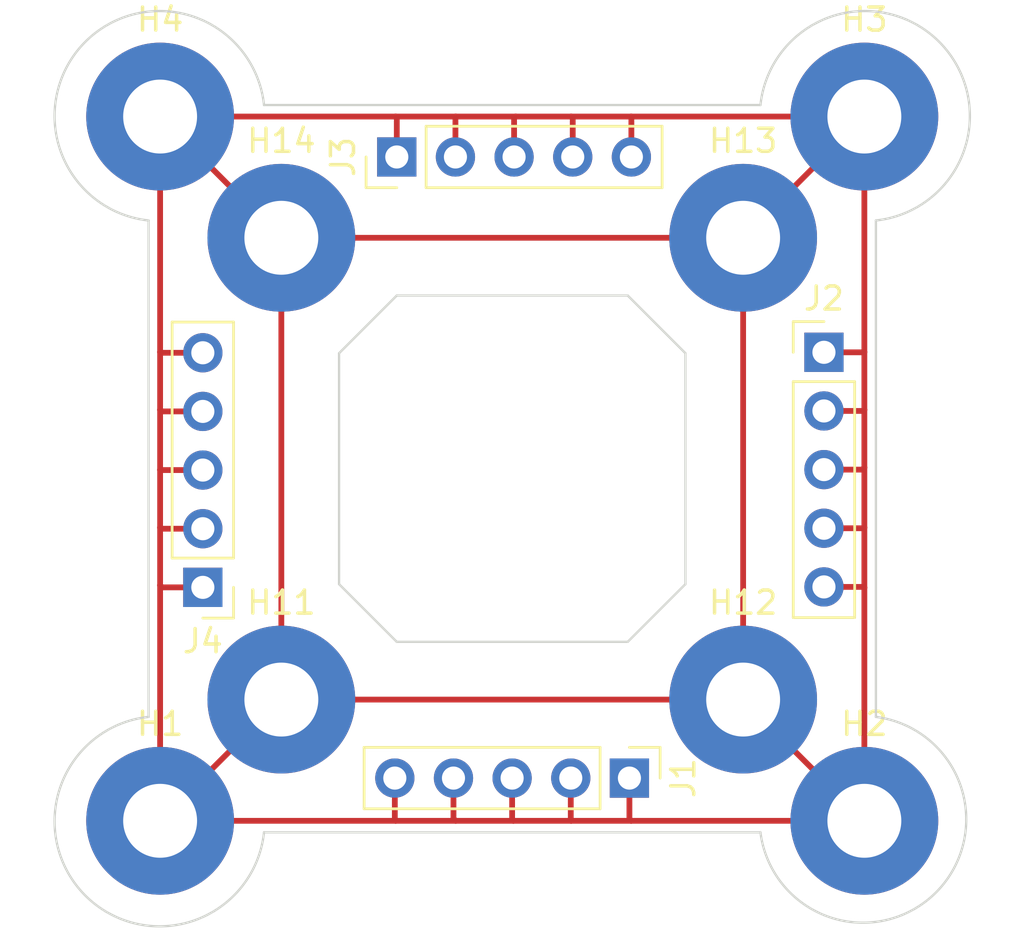
<source format=kicad_pcb>
(kicad_pcb (version 20211014) (generator pcbnew)
  (layers (0 "F.Cu" signal) (31 "B.Cu" signal) (34 "B.Paste" user) (35 "F.Paste" user) (36 "B.SilkS" user "B.Silkscreen") (37 "F.SilkS" user "F.Silkscreen") (38 "B.Mask" user) (39 "F.Mask" user) (44 "Edge.Cuts" user))
  (net 0 "")
  (net 1 "Net-(H1-Pad1)")
  (footprint "MountingHole:MountingHole_3.2mm_M3_Pad_TopBottom" (layer "F.Cu") (at 120 50)
    (fp_text reference "H13" (at 0 -4.2) (layer "F.SilkS"))
    (fp_text value "MountingHole_Pad")
    (pad "1" connect circle (at 0 0) (size 6.4 6.4) (layers "B.Cu" "B.Mask") (net 1 "Net-(H1-Pad1)"))
    (pad "1" connect circle (at 0 0) (size 6.4 6.4) (layers "F.Cu" "F.Mask") (net 1 "Net-(H1-Pad1)"))
    (pad "1" thru_hole circle (at 0 0) (size 3.6 3.6) (drill 3.2) (layers *.Cu *.Mask) (net 1 "Net-(H1-Pad1)"))
  )
  (footprint "MountingHole:MountingHole_3.2mm_M3_Pad_TopBottom" (layer "F.Cu") (at 94.75 75.25)
    (fp_text reference "H1" (at 0 -4.2) (layer "F.SilkS"))
    (fp_text value "MountingHole_Pad")
    (pad "1" thru_hole circle (at 0 0) (size 3.6 3.6) (drill 3.2) (layers *.Cu *.Mask) (net 1 "Net-(H1-Pad1)"))
    (pad "1" connect circle (at 0 0) (size 6.4 6.4) (layers "B.Cu" "B.Mask") (net 1 "Net-(H1-Pad1)"))
    (pad "1" connect circle (at 0 0) (size 6.4 6.4) (layers "F.Cu" "F.Mask") (net 1 "Net-(H1-Pad1)"))
  )
  (footprint "MountingHole:MountingHole_3.2mm_M3_Pad_TopBottom" (layer "F.Cu") (at 100 70)
    (fp_text reference "H11" (at 0 -4.2) (layer "F.SilkS"))
    (fp_text value "MountingHole_Pad")
    (pad "1" connect circle (at 0 0) (size 6.4 6.4) (layers "B.Cu" "B.Mask") (net 1 "Net-(H1-Pad1)"))
    (pad "1" thru_hole circle (at 0 0) (size 3.6 3.6) (drill 3.2) (layers *.Cu *.Mask) (net 1 "Net-(H1-Pad1)"))
    (pad "1" connect circle (at 0 0) (size 6.4 6.4) (layers "F.Cu" "F.Mask") (net 1 "Net-(H1-Pad1)"))
  )
  (footprint "MountingHole:MountingHole_3.2mm_M3_Pad_TopBottom" (layer "F.Cu") (at 100 50)
    (fp_text reference "H14" (at 0 -4.2) (layer "F.SilkS"))
    (fp_text value "MountingHole_Pad")
    (pad "1" connect circle (at 0 0) (size 6.4 6.4) (layers "F.Cu" "F.Mask") (net 1 "Net-(H1-Pad1)"))
    (pad "1" thru_hole circle (at 0 0) (size 3.6 3.6) (drill 3.2) (layers *.Cu *.Mask) (net 1 "Net-(H1-Pad1)"))
    (pad "1" connect circle (at 0 0) (size 6.4 6.4) (layers "B.Cu" "B.Mask") (net 1 "Net-(H1-Pad1)"))
  )
  (footprint "MountingHole:MountingHole_3.2mm_M3_Pad_TopBottom" (layer "F.Cu") (at 120 70)
    (fp_text reference "H12" (at 0 -4.2) (layer "F.SilkS"))
    (fp_text value "MountingHole_Pad")
    (pad "1" connect circle (at 0 0) (size 6.4 6.4) (layers "F.Cu" "F.Mask") (net 1 "Net-(H1-Pad1)"))
    (pad "1" thru_hole circle (at 0 0) (size 3.6 3.6) (drill 3.2) (layers *.Cu *.Mask) (net 1 "Net-(H1-Pad1)"))
    (pad "1" connect circle (at 0 0) (size 6.4 6.4) (layers "B.Cu" "B.Mask") (net 1 "Net-(H1-Pad1)"))
  )
  (footprint "MountingHole:MountingHole_3.2mm_M3_Pad_TopBottom" (layer "F.Cu") (at 125.25 75.25)
    (fp_text reference "H2" (at 0 -4.2) (layer "F.SilkS"))
    (fp_text value "MountingHole_Pad")
    (pad "1" connect circle (at 0 0) (size 6.4 6.4) (layers "B.Cu" "B.Mask") (net 1 "Net-(H1-Pad1)"))
    (pad "1" connect circle (at 0 0) (size 6.4 6.4) (layers "F.Cu" "F.Mask") (net 1 "Net-(H1-Pad1)"))
    (pad "1" thru_hole circle (at 0 0) (size 3.6 3.6) (drill 3.2) (layers *.Cu *.Mask) (net 1 "Net-(H1-Pad1)"))
  )
  (footprint "Connector_PinHeader_2.54mm:PinHeader_1x05_P2.54mm_Vertical" (layer "F.Cu") (at 115.075 73.4 -90)
    (fp_text reference "J1" (at 0 -2.33 90) (layer "F.SilkS"))
    (fp_text value "Conn_01x05_Male")
    (fp_line (start -1.33 11.49) (end 1.33 11.49) (layer "F.SilkS") (width 0.12))
    (fp_line (start -1.33 0) (end -1.33 -1.33) (layer "F.SilkS") (width 0.12))
    (fp_line (start 1.33 1.27) (end 1.33 11.49) (layer "F.SilkS") (width 0.12))
    (fp_line (start -1.33 1.27) (end 1.33 1.27) (layer "F.SilkS") (width 0.12))
    (fp_line (start -1.33 -1.33) (end 0 -1.33) (layer "F.SilkS") (width 0.12))
    (fp_line (start -1.33 1.27) (end -1.33 11.49) (layer "F.SilkS") (width 0.12))
    (pad "1" thru_hole rect (at 0 0 270) (size 1.7 1.7) (drill 1) (layers *.Cu *.Mask) (net 1 "Net-(H1-Pad1)"))
    (pad "2" thru_hole oval (at 0 2.54 270) (size 1.7 1.7) (drill 1) (layers *.Cu *.Mask) (net 1 "Net-(H1-Pad1)"))
    (pad "3" thru_hole oval (at 0 5.08 270) (size 1.7 1.7) (drill 1) (layers *.Cu *.Mask) (net 1 "Net-(H1-Pad1)"))
    (pad "4" thru_hole oval (at 0 7.62 270) (size 1.7 1.7) (drill 1) (layers *.Cu *.Mask) (net 1 "Net-(H1-Pad1)"))
    (pad "5" thru_hole oval (at 0 10.16 270) (size 1.7 1.7) (drill 1) (layers *.Cu *.Mask) (net 1 "Net-(H1-Pad1)"))
  )
  (footprint "Connector_PinHeader_2.54mm:PinHeader_1x05_P2.54mm_Vertical" (layer "F.Cu") (at 105 46.5 90)
    (fp_text reference "J3" (at 0 -2.33 90) (layer "F.SilkS"))
    (fp_text value "Conn_01x05_Male")
    (fp_line (start -1.33 11.49) (end 1.33 11.49) (layer "F.SilkS") (width 0.12))
    (fp_line (start -1.33 0) (end -1.33 -1.33) (layer "F.SilkS") (width 0.12))
    (fp_line (start -1.33 1.27) (end 1.33 1.27) (layer "F.SilkS") (width 0.12))
    (fp_line (start 1.33 1.27) (end 1.33 11.49) (layer "F.SilkS") (width 0.12))
    (fp_line (start -1.33 -1.33) (end 0 -1.33) (layer "F.SilkS") (width 0.12))
    (fp_line (start -1.33 1.27) (end -1.33 11.49) (layer "F.SilkS") (width 0.12))
    (pad "1" thru_hole rect (at 0 0 90) (size 1.7 1.7) (drill 1) (layers *.Cu *.Mask) (net 1 "Net-(H1-Pad1)"))
    (pad "2" thru_hole oval (at 0 2.54 90) (size 1.7 1.7) (drill 1) (layers *.Cu *.Mask) (net 1 "Net-(H1-Pad1)"))
    (pad "3" thru_hole oval (at 0 5.08 90) (size 1.7 1.7) (drill 1) (layers *.Cu *.Mask) (net 1 "Net-(H1-Pad1)"))
    (pad "4" thru_hole oval (at 0 7.62 90) (size 1.7 1.7) (drill 1) (layers *.Cu *.Mask) (net 1 "Net-(H1-Pad1)"))
    (pad "5" thru_hole oval (at 0 10.16 90) (size 1.7 1.7) (drill 1) (layers *.Cu *.Mask) (net 1 "Net-(H1-Pad1)"))
  )
  (footprint "MountingHole:MountingHole_3.2mm_M3_Pad_TopBottom" (layer "F.Cu") (at 125.25 44.75)
    (fp_text reference "H3" (at 0 -4.2) (layer "F.SilkS"))
    (fp_text value "MountingHole_Pad")
    (pad "1" connect circle (at 0 0) (size 6.4 6.4) (layers "F.Cu" "F.Mask") (net 1 "Net-(H1-Pad1)"))
    (pad "1" connect circle (at 0 0) (size 6.4 6.4) (layers "B.Cu" "B.Mask") (net 1 "Net-(H1-Pad1)"))
    (pad "1" thru_hole circle (at 0 0) (size 3.6 3.6) (drill 3.2) (layers *.Cu *.Mask) (net 1 "Net-(H1-Pad1)"))
  )
  (footprint "Connector_PinHeader_2.54mm:PinHeader_1x05_P2.54mm_Vertical" (layer "F.Cu") (at 96.6 65.14 180)
    (fp_text reference "J4" (at 0 -2.33 180) (layer "F.SilkS"))
    (fp_text value "Conn_01x05_Male")
    (fp_line (start -1.33 1.27) (end -1.33 11.49) (layer "F.SilkS") (width 0.12))
    (fp_line (start -1.33 -1.33) (end 0 -1.33) (layer "F.SilkS") (width 0.12))
    (fp_line (start -1.33 1.27) (end 1.33 1.27) (layer "F.SilkS") (width 0.12))
    (fp_line (start -1.33 0) (end -1.33 -1.33) (layer "F.SilkS") (width 0.12))
    (fp_line (start 1.33 1.27) (end 1.33 11.49) (layer "F.SilkS") (width 0.12))
    (fp_line (start -1.33 11.49) (end 1.33 11.49) (layer "F.SilkS") (width 0.12))
    (pad "1" thru_hole rect (at 0 0 180) (size 1.7 1.7) (drill 1) (layers *.Cu *.Mask) (net 1 "Net-(H1-Pad1)"))
    (pad "2" thru_hole oval (at 0 2.54 180) (size 1.7 1.7) (drill 1) (layers *.Cu *.Mask) (net 1 "Net-(H1-Pad1)"))
    (pad "3" thru_hole oval (at 0 5.08 180) (size 1.7 1.7) (drill 1) (layers *.Cu *.Mask) (net 1 "Net-(H1-Pad1)"))
    (pad "4" thru_hole oval (at 0 7.62 180) (size 1.7 1.7) (drill 1) (layers *.Cu *.Mask) (net 1 "Net-(H1-Pad1)"))
    (pad "5" thru_hole oval (at 0 10.16 180) (size 1.7 1.7) (drill 1) (layers *.Cu *.Mask) (net 1 "Net-(H1-Pad1)"))
  )
  (footprint "MountingHole:MountingHole_3.2mm_M3_Pad_TopBottom" (layer "F.Cu") (at 94.75 44.75)
    (fp_text reference "H4" (at 0 -4.2) (layer "F.SilkS"))
    (fp_text value "MountingHole_Pad")
    (pad "1" thru_hole circle (at 0 0) (size 3.6 3.6) (drill 3.2) (layers *.Cu *.Mask) (net 1 "Net-(H1-Pad1)"))
    (pad "1" connect circle (at 0 0) (size 6.4 6.4) (layers "F.Cu" "F.Mask") (net 1 "Net-(H1-Pad1)"))
    (pad "1" connect circle (at 0 0) (size 6.4 6.4) (layers "B.Cu" "B.Mask") (net 1 "Net-(H1-Pad1)"))
  )
  (footprint "Connector_PinHeader_2.54mm:PinHeader_1x05_P2.54mm_Vertical" (layer "F.Cu") (at 123.5 54.96)
    (fp_text reference "J2" (at 0 -2.33) (layer "F.SilkS"))
    (fp_text value "Conn_01x05_Male")
    (fp_line (start -1.33 1.27) (end -1.33 11.49) (layer "F.SilkS") (width 0.12))
    (fp_line (start -1.33 0) (end -1.33 -1.33) (layer "F.SilkS") (width 0.12))
    (fp_line (start -1.33 -1.33) (end 0 -1.33) (layer "F.SilkS") (width 0.12))
    (fp_line (start -1.33 11.49) (end 1.33 11.49) (layer "F.SilkS") (width 0.12))
    (fp_line (start -1.33 1.27) (end 1.33 1.27) (layer "F.SilkS") (width 0.12))
    (fp_line (start 1.33 1.27) (end 1.33 11.49) (layer "F.SilkS") (width 0.12))
    (pad "1" thru_hole rect (at 0 0) (size 1.7 1.7) (drill 1) (layers *.Cu *.Mask) (net 1 "Net-(H1-Pad1)"))
    (pad "2" thru_hole oval (at 0 2.54) (size 1.7 1.7) (drill 1) (layers *.Cu *.Mask) (net 1 "Net-(H1-Pad1)"))
    (pad "3" thru_hole oval (at 0 5.08) (size 1.7 1.7) (drill 1) (layers *.Cu *.Mask) (net 1 "Net-(H1-Pad1)"))
    (pad "4" thru_hole oval (at 0 7.62) (size 1.7 1.7) (drill 1) (layers *.Cu *.Mask) (net 1 "Net-(H1-Pad1)"))
    (pad "5" thru_hole oval (at 0 10.16) (size 1.7 1.7) (drill 1) (layers *.Cu *.Mask) (net 1 "Net-(H1-Pad1)"))
  )
  (gr_line (start 102.5 65) (end 105 67.5) (layer "Edge.Cuts") (width 0.1))
  (gr_line (start 102.5 55) (end 105 52.5) (layer "Edge.Cuts") (width 0.1))
  (gr_line (start 115 67.5) (end 117.5 65) (layer "Edge.Cuts") (width 0.1))
  (gr_line (start 115 52.5) (end 117.5 55) (layer "Edge.Cuts") (width 0.1))
  (gr_arc (start 99.25 75.75) (mid 91.511648 78.48835) (end 94.25 70.75) (layer "Edge.Cuts") (width 0.1))
  (gr_line (start 102.5 65) (end 102.5 55) (layer "Edge.Cuts") (width 0.1))
  (gr_line (start 125.75 49.25) (end 125.75 70.75) (layer "Edge.Cuts") (width 0.1))
  (gr_line (start 94.25 70.75) (end 94.25 49.25) (layer "Edge.Cuts") (width 0.1))
  (gr_line (start 117.5 55) (end 117.5 65) (layer "Edge.Cuts") (width 0.1))
  (gr_line (start 105 52.5) (end 115 52.5) (layer "Edge.Cuts") (width 0.1))
  (gr_arc (start 94.25 49.25) (mid 91.511649 41.511649) (end 99.25 44.25) (layer "Edge.Cuts") (width 0.1))
  (gr_arc (start 125.75 70.75) (mid 128.352298 78.352298) (end 120.75 75.75) (layer "Edge.Cuts") (width 0.1))
  (gr_line (start 99.25 44.25) (end 120.75 44.25) (layer "Edge.Cuts") (width 0.1))
  (gr_line (start 105 67.5) (end 115 67.5) (layer "Edge.Cuts") (width 0.1))
  (gr_line (start 120.75 75.75) (end 99.25 75.75) (layer "Edge.Cuts") (width 0.1))
  (gr_arc (start 120.75 44.25) (mid 128.488349 41.511649) (end 125.75 49.25) (layer "Edge.Cuts") (width 0.1))
  (segment (start 94.75 54.95) (end 94.75 57.45) (width 0.25) (layer "F.Cu") (net 1))
  (segment (start 120 50) (end 120 70) (width 0.25) (layer "F.Cu") (net 1))
  (segment (start 104.95 44.75) (end 107.55 44.75) (width 0.25) (layer "F.Cu") (net 1))
  (segment (start 123.5 57.5) (end 125.2 57.5) (width 0.25) (layer "F.Cu") (net 1))
  (segment (start 96.6 60.06) (end 94.76 60.06) (width 0.25) (layer "F.Cu") (net 1))
  (segment (start 125.2 57.5) (end 125.25 57.45) (width 0.25) (layer "F.Cu") (net 1))
  (segment (start 107.455 75.155) (end 107.55 75.25) (width 0.25) (layer "F.Cu") (net 1))
  (segment (start 104.915 75.215) (end 104.95 75.25) (width 0.25) (layer "F.Cu") (net 1))
  (segment (start 112.55 44.75) (end 115.15 44.75) (width 0.25) (layer "F.Cu") (net 1))
  (segment (start 107.54 46.5) (end 107.54 44.76) (width 0.25) (layer "F.Cu") (net 1))
  (segment (start 115.16 46.5) (end 115.16 44.76) (width 0.25) (layer "F.Cu") (net 1))
  (segment (start 105 44.8) (end 104.95 44.75) (width 0.25) (layer "F.Cu") (net 1))
  (segment (start 125.24 54.96) (end 125.25 54.95) (width 0.25) (layer "F.Cu") (net 1))
  (segment (start 110.08 46.5) (end 110.08 44.82) (width 0.25) (layer "F.Cu") (net 1))
  (segment (start 125.25 44.75) (end 120 50) (width 0.25) (layer "F.Cu") (net 1))
  (segment (start 100 50) (end 120 50) (width 0.25) (layer "F.Cu") (net 1))
  (segment (start 125.25 59.95) (end 125.25 62.55) (width 0.25) (layer "F.Cu") (net 1))
  (segment (start 110.08 44.82) (end 110.15 44.75) (width 0.25) (layer "F.Cu") (net 1))
  (segment (start 107.55 75.25) (end 110.05 75.25) (width 0.25) (layer "F.Cu") (net 1))
  (segment (start 112.535 75.235) (end 112.55 75.25) (width 0.25) (layer "F.Cu") (net 1))
  (segment (start 104.95 75.25) (end 107.55 75.25) (width 0.25) (layer "F.Cu") (net 1))
  (segment (start 100 70) (end 120 70) (width 0.25) (layer "F.Cu") (net 1))
  (segment (start 107.455 73.4) (end 107.455 75.155) (width 0.25) (layer "F.Cu") (net 1))
  (segment (start 125.22 62.58) (end 125.25 62.55) (width 0.25) (layer "F.Cu") (net 1))
  (segment (start 112.535 73.4) (end 112.535 75.235) (width 0.25) (layer "F.Cu") (net 1))
  (segment (start 123.5 60.04) (end 125.16 60.04) (width 0.25) (layer "F.Cu") (net 1))
  (segment (start 125.25 62.55) (end 125.25 65.15) (width 0.25) (layer "F.Cu") (net 1))
  (segment (start 94.82 57.52) (end 94.75 57.45) (width 0.25) (layer "F.Cu") (net 1))
  (segment (start 94.8 62.6) (end 94.75 62.55) (width 0.25) (layer "F.Cu") (net 1))
  (segment (start 115.075 73.4) (end 115.075 75.175) (width 0.25) (layer "F.Cu") (net 1))
  (segment (start 112.55 75.25) (end 115.15 75.25) (width 0.25) (layer "F.Cu") (net 1))
  (segment (start 94.75 44.75) (end 100 50) (width 0.25) (layer "F.Cu") (net 1))
  (segment (start 112.62 44.82) (end 112.55 44.75) (width 0.25) (layer "F.Cu") (net 1))
  (segment (start 125.22 65.12) (end 125.25 65.15) (width 0.25) (layer "F.Cu") (net 1))
  (segment (start 94.84 65.14) (end 94.75 65.05) (width 0.25) (layer "F.Cu") (net 1))
  (segment (start 94.75 75.25) (end 104.95 75.25) (width 0.25) (layer "F.Cu") (net 1))
  (segment (start 125.25 65.15) (end 125.25 75.25) (width 0.25) (layer "F.Cu") (net 1))
  (segment (start 109.995 75.195) (end 110.05 75.25) (width 0.25) (layer "F.Cu") (net 1))
  (segment (start 100 70) (end 94.75 75.25) (width 0.25) (layer "F.Cu") (net 1))
  (segment (start 125.16 60.04) (end 125.25 59.95) (width 0.25) (layer "F.Cu") (net 1))
  (segment (start 107.55 44.75) (end 110.15 44.75) (width 0.25) (layer "F.Cu") (net 1))
  (segment (start 96.6 54.98) (end 94.78 54.98) (width 0.25) (layer "F.Cu") (net 1))
  (segment (start 100 50) (end 100 69.75) (width 0.25) (layer "F.Cu") (net 1))
  (segment (start 107.54 44.76) (end 107.55 44.75) (width 0.25) (layer "F.Cu") (net 1))
  (segment (start 125.25 44.75) (end 125.25 54.95) (width 0.25) (layer "F.Cu") (net 1))
  (segment (start 94.78 54.98) (end 94.75 54.95) (width 0.25) (layer "F.Cu") (net 1))
  (segment (start 94.75 44.75) (end 104.95 44.75) (width 0.25) (layer "F.Cu") (net 1))
  (segment (start 123.5 65.12) (end 125.22 65.12) (width 0.25) (layer "F.Cu") (net 1))
  (segment (start 94.75 62.55) (end 94.75 65.05) (width 0.25) (layer "F.Cu") (net 1))
  (segment (start 125.25 54.95) (end 125.25 57.45) (width 0.25) (layer "F.Cu") (net 1))
  (segment (start 96.6 62.6) (end 94.8 62.6) (width 0.25) (layer "F.Cu") (net 1))
  (segment (start 94.75 60.05) (end 94.75 62.55) (width 0.25) (layer "F.Cu") (net 1))
  (segment (start 115.15 44.75) (end 125.25 44.75) (width 0.25) (layer "F.Cu") (net 1))
  (segment (start 94.75 44.75) (end 94.75 54.95) (width 0.25) (layer "F.Cu") (net 1))
  (segment (start 110.05 75.25) (end 112.55 75.25) (width 0.25) (layer "F.Cu") (net 1))
  (segment (start 96.6 57.52) (end 94.82 57.52) (width 0.25) (layer "F.Cu") (net 1))
  (segment (start 119.75 69.75) (end 120 70) (width 0.25) (layer "F.Cu") (net 1))
  (segment (start 94.75 65.05) (end 94.75 75.25) (width 0.25) (layer "F.Cu") (net 1))
  (segment (start 96.6 65.14) (end 94.84 65.14) (width 0.25) (layer "F.Cu") (net 1))
  (segment (start 110.15 44.75) (end 112.55 44.75) (width 0.25) (layer "F.Cu") (net 1))
  (segment (start 94.76 60.06) (end 94.75 60.05) (width 0.25) (layer "F.Cu") (net 1))
  (segment (start 112.62 46.5) (end 112.62 44.82) (width 0.25) (layer "F.Cu") (net 1))
  (segment (start 120 70) (end 125.25 75.25) (width 0.25) (layer "F.Cu") (net 1))
  (segment (start 123.5 54.96) (end 125.24 54.96) (width 0.25) (layer "F.Cu") (net 1))
  (segment (start 104.915 73.4) (end 104.915 75.215) (width 0.25) (layer "F.Cu") (net 1))
  (segment (start 109.995 73.4) (end 109.995 75.195) (width 0.25) (layer "F.Cu") (net 1))
  (segment (start 115.15 75.25) (end 125.25 75.25) (width 0.25) (layer "F.Cu") (net 1))
  (segment (start 94.75 57.45) (end 94.75 60.05) (width 0.25) (layer "F.Cu") (net 1))
  (segment (start 115.075 75.175) (end 115.15 75.25) (width 0.25) (layer "F.Cu") (net 1))
  (segment (start 105 46.5) (end 105 44.8) (width 0.25) (layer "F.Cu") (net 1))
  (segment (start 115.16 44.76) (end 115.15 44.75) (width 0.25) (layer "F.Cu") (net 1))
  (segment (start 125.25 57.45) (end 125.25 59.95) (width 0.25) (layer "F.Cu") (net 1))
  (segment (start 123.5 62.58) (end 125.22 62.58) (width 0.25) (layer "F.Cu") (net 1))
)
</source>
